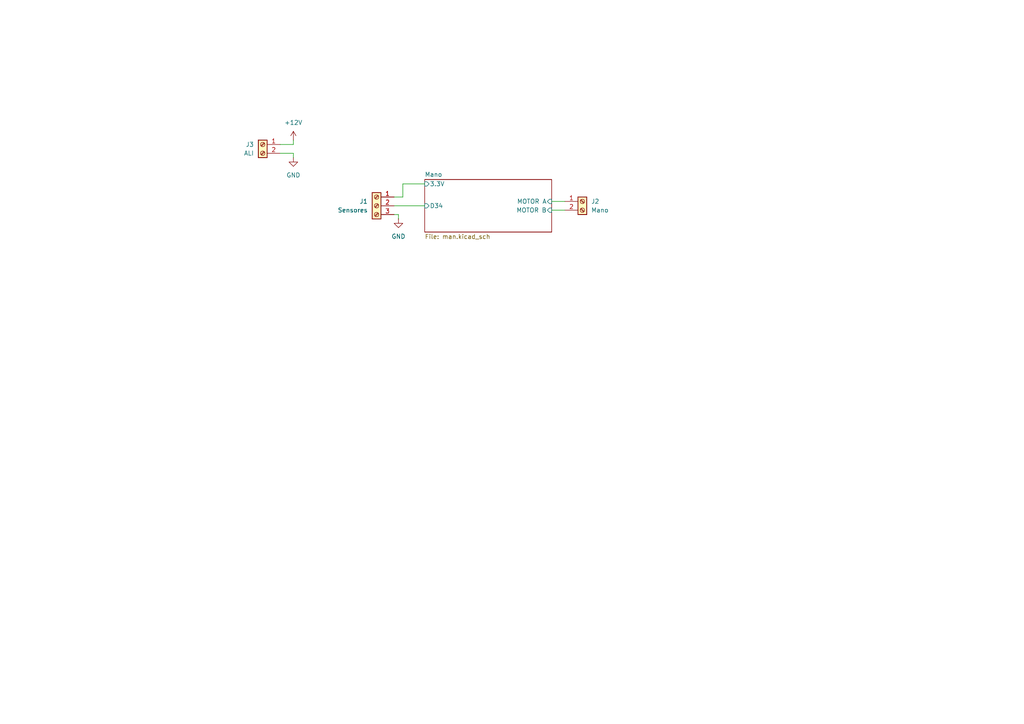
<source format=kicad_sch>
(kicad_sch
	(version 20250114)
	(generator "eeschema")
	(generator_version "9.0")
	(uuid "6a2a9fca-79fe-498d-bfd5-926b250faf65")
	(paper "A4")
	(lib_symbols
		(symbol "Connector:Screw_Terminal_01x02"
			(pin_names
				(offset 1.016)
				(hide yes)
			)
			(exclude_from_sim no)
			(in_bom yes)
			(on_board yes)
			(property "Reference" "J"
				(at 0 2.54 0)
				(effects
					(font
						(size 1.27 1.27)
					)
				)
			)
			(property "Value" "Screw_Terminal_01x02"
				(at 0 -5.08 0)
				(effects
					(font
						(size 1.27 1.27)
					)
				)
			)
			(property "Footprint" ""
				(at 0 0 0)
				(effects
					(font
						(size 1.27 1.27)
					)
					(hide yes)
				)
			)
			(property "Datasheet" "~"
				(at 0 0 0)
				(effects
					(font
						(size 1.27 1.27)
					)
					(hide yes)
				)
			)
			(property "Description" "Generic screw terminal, single row, 01x02, script generated (kicad-library-utils/schlib/autogen/connector/)"
				(at 0 0 0)
				(effects
					(font
						(size 1.27 1.27)
					)
					(hide yes)
				)
			)
			(property "ki_keywords" "screw terminal"
				(at 0 0 0)
				(effects
					(font
						(size 1.27 1.27)
					)
					(hide yes)
				)
			)
			(property "ki_fp_filters" "TerminalBlock*:*"
				(at 0 0 0)
				(effects
					(font
						(size 1.27 1.27)
					)
					(hide yes)
				)
			)
			(symbol "Screw_Terminal_01x02_1_1"
				(rectangle
					(start -1.27 1.27)
					(end 1.27 -3.81)
					(stroke
						(width 0.254)
						(type default)
					)
					(fill
						(type background)
					)
				)
				(polyline
					(pts
						(xy -0.5334 0.3302) (xy 0.3302 -0.508)
					)
					(stroke
						(width 0.1524)
						(type default)
					)
					(fill
						(type none)
					)
				)
				(polyline
					(pts
						(xy -0.5334 -2.2098) (xy 0.3302 -3.048)
					)
					(stroke
						(width 0.1524)
						(type default)
					)
					(fill
						(type none)
					)
				)
				(polyline
					(pts
						(xy -0.3556 0.508) (xy 0.508 -0.3302)
					)
					(stroke
						(width 0.1524)
						(type default)
					)
					(fill
						(type none)
					)
				)
				(polyline
					(pts
						(xy -0.3556 -2.032) (xy 0.508 -2.8702)
					)
					(stroke
						(width 0.1524)
						(type default)
					)
					(fill
						(type none)
					)
				)
				(circle
					(center 0 0)
					(radius 0.635)
					(stroke
						(width 0.1524)
						(type default)
					)
					(fill
						(type none)
					)
				)
				(circle
					(center 0 -2.54)
					(radius 0.635)
					(stroke
						(width 0.1524)
						(type default)
					)
					(fill
						(type none)
					)
				)
				(pin passive line
					(at -5.08 0 0)
					(length 3.81)
					(name "Pin_1"
						(effects
							(font
								(size 1.27 1.27)
							)
						)
					)
					(number "1"
						(effects
							(font
								(size 1.27 1.27)
							)
						)
					)
				)
				(pin passive line
					(at -5.08 -2.54 0)
					(length 3.81)
					(name "Pin_2"
						(effects
							(font
								(size 1.27 1.27)
							)
						)
					)
					(number "2"
						(effects
							(font
								(size 1.27 1.27)
							)
						)
					)
				)
			)
			(embedded_fonts no)
		)
		(symbol "Connector:Screw_Terminal_01x03"
			(pin_names
				(offset 1.016)
				(hide yes)
			)
			(exclude_from_sim no)
			(in_bom yes)
			(on_board yes)
			(property "Reference" "J"
				(at 0 5.08 0)
				(effects
					(font
						(size 1.27 1.27)
					)
				)
			)
			(property "Value" "Screw_Terminal_01x03"
				(at 0 -5.08 0)
				(effects
					(font
						(size 1.27 1.27)
					)
				)
			)
			(property "Footprint" ""
				(at 0 0 0)
				(effects
					(font
						(size 1.27 1.27)
					)
					(hide yes)
				)
			)
			(property "Datasheet" "~"
				(at 0 0 0)
				(effects
					(font
						(size 1.27 1.27)
					)
					(hide yes)
				)
			)
			(property "Description" "Generic screw terminal, single row, 01x03, script generated (kicad-library-utils/schlib/autogen/connector/)"
				(at 0 0 0)
				(effects
					(font
						(size 1.27 1.27)
					)
					(hide yes)
				)
			)
			(property "ki_keywords" "screw terminal"
				(at 0 0 0)
				(effects
					(font
						(size 1.27 1.27)
					)
					(hide yes)
				)
			)
			(property "ki_fp_filters" "TerminalBlock*:*"
				(at 0 0 0)
				(effects
					(font
						(size 1.27 1.27)
					)
					(hide yes)
				)
			)
			(symbol "Screw_Terminal_01x03_1_1"
				(rectangle
					(start -1.27 3.81)
					(end 1.27 -3.81)
					(stroke
						(width 0.254)
						(type default)
					)
					(fill
						(type background)
					)
				)
				(polyline
					(pts
						(xy -0.5334 2.8702) (xy 0.3302 2.032)
					)
					(stroke
						(width 0.1524)
						(type default)
					)
					(fill
						(type none)
					)
				)
				(polyline
					(pts
						(xy -0.5334 0.3302) (xy 0.3302 -0.508)
					)
					(stroke
						(width 0.1524)
						(type default)
					)
					(fill
						(type none)
					)
				)
				(polyline
					(pts
						(xy -0.5334 -2.2098) (xy 0.3302 -3.048)
					)
					(stroke
						(width 0.1524)
						(type default)
					)
					(fill
						(type none)
					)
				)
				(polyline
					(pts
						(xy -0.3556 3.048) (xy 0.508 2.2098)
					)
					(stroke
						(width 0.1524)
						(type default)
					)
					(fill
						(type none)
					)
				)
				(polyline
					(pts
						(xy -0.3556 0.508) (xy 0.508 -0.3302)
					)
					(stroke
						(width 0.1524)
						(type default)
					)
					(fill
						(type none)
					)
				)
				(polyline
					(pts
						(xy -0.3556 -2.032) (xy 0.508 -2.8702)
					)
					(stroke
						(width 0.1524)
						(type default)
					)
					(fill
						(type none)
					)
				)
				(circle
					(center 0 2.54)
					(radius 0.635)
					(stroke
						(width 0.1524)
						(type default)
					)
					(fill
						(type none)
					)
				)
				(circle
					(center 0 0)
					(radius 0.635)
					(stroke
						(width 0.1524)
						(type default)
					)
					(fill
						(type none)
					)
				)
				(circle
					(center 0 -2.54)
					(radius 0.635)
					(stroke
						(width 0.1524)
						(type default)
					)
					(fill
						(type none)
					)
				)
				(pin passive line
					(at -5.08 2.54 0)
					(length 3.81)
					(name "Pin_1"
						(effects
							(font
								(size 1.27 1.27)
							)
						)
					)
					(number "1"
						(effects
							(font
								(size 1.27 1.27)
							)
						)
					)
				)
				(pin passive line
					(at -5.08 0 0)
					(length 3.81)
					(name "Pin_2"
						(effects
							(font
								(size 1.27 1.27)
							)
						)
					)
					(number "2"
						(effects
							(font
								(size 1.27 1.27)
							)
						)
					)
				)
				(pin passive line
					(at -5.08 -2.54 0)
					(length 3.81)
					(name "Pin_3"
						(effects
							(font
								(size 1.27 1.27)
							)
						)
					)
					(number "3"
						(effects
							(font
								(size 1.27 1.27)
							)
						)
					)
				)
			)
			(embedded_fonts no)
		)
		(symbol "power:+12V"
			(power)
			(pin_numbers
				(hide yes)
			)
			(pin_names
				(offset 0)
				(hide yes)
			)
			(exclude_from_sim no)
			(in_bom yes)
			(on_board yes)
			(property "Reference" "#PWR"
				(at 0 -3.81 0)
				(effects
					(font
						(size 1.27 1.27)
					)
					(hide yes)
				)
			)
			(property "Value" "+12V"
				(at 0 3.556 0)
				(effects
					(font
						(size 1.27 1.27)
					)
				)
			)
			(property "Footprint" ""
				(at 0 0 0)
				(effects
					(font
						(size 1.27 1.27)
					)
					(hide yes)
				)
			)
			(property "Datasheet" ""
				(at 0 0 0)
				(effects
					(font
						(size 1.27 1.27)
					)
					(hide yes)
				)
			)
			(property "Description" "Power symbol creates a global label with name \"+12V\""
				(at 0 0 0)
				(effects
					(font
						(size 1.27 1.27)
					)
					(hide yes)
				)
			)
			(property "ki_keywords" "global power"
				(at 0 0 0)
				(effects
					(font
						(size 1.27 1.27)
					)
					(hide yes)
				)
			)
			(symbol "+12V_0_1"
				(polyline
					(pts
						(xy -0.762 1.27) (xy 0 2.54)
					)
					(stroke
						(width 0)
						(type default)
					)
					(fill
						(type none)
					)
				)
				(polyline
					(pts
						(xy 0 2.54) (xy 0.762 1.27)
					)
					(stroke
						(width 0)
						(type default)
					)
					(fill
						(type none)
					)
				)
				(polyline
					(pts
						(xy 0 0) (xy 0 2.54)
					)
					(stroke
						(width 0)
						(type default)
					)
					(fill
						(type none)
					)
				)
			)
			(symbol "+12V_1_1"
				(pin power_in line
					(at 0 0 90)
					(length 0)
					(name "~"
						(effects
							(font
								(size 1.27 1.27)
							)
						)
					)
					(number "1"
						(effects
							(font
								(size 1.27 1.27)
							)
						)
					)
				)
			)
			(embedded_fonts no)
		)
		(symbol "power:GND"
			(power)
			(pin_numbers
				(hide yes)
			)
			(pin_names
				(offset 0)
				(hide yes)
			)
			(exclude_from_sim no)
			(in_bom yes)
			(on_board yes)
			(property "Reference" "#PWR"
				(at 0 -6.35 0)
				(effects
					(font
						(size 1.27 1.27)
					)
					(hide yes)
				)
			)
			(property "Value" "GND"
				(at 0 -3.81 0)
				(effects
					(font
						(size 1.27 1.27)
					)
				)
			)
			(property "Footprint" ""
				(at 0 0 0)
				(effects
					(font
						(size 1.27 1.27)
					)
					(hide yes)
				)
			)
			(property "Datasheet" ""
				(at 0 0 0)
				(effects
					(font
						(size 1.27 1.27)
					)
					(hide yes)
				)
			)
			(property "Description" "Power symbol creates a global label with name \"GND\" , ground"
				(at 0 0 0)
				(effects
					(font
						(size 1.27 1.27)
					)
					(hide yes)
				)
			)
			(property "ki_keywords" "global power"
				(at 0 0 0)
				(effects
					(font
						(size 1.27 1.27)
					)
					(hide yes)
				)
			)
			(symbol "GND_0_1"
				(polyline
					(pts
						(xy 0 0) (xy 0 -1.27) (xy 1.27 -1.27) (xy 0 -2.54) (xy -1.27 -1.27) (xy 0 -1.27)
					)
					(stroke
						(width 0)
						(type default)
					)
					(fill
						(type none)
					)
				)
			)
			(symbol "GND_1_1"
				(pin power_in line
					(at 0 0 270)
					(length 0)
					(name "~"
						(effects
							(font
								(size 1.27 1.27)
							)
						)
					)
					(number "1"
						(effects
							(font
								(size 1.27 1.27)
							)
						)
					)
				)
			)
			(embedded_fonts no)
		)
	)
	(wire
		(pts
			(xy 114.3 59.69) (xy 123.19 59.69)
		)
		(stroke
			(width 0)
			(type default)
		)
		(uuid "10e4b3a4-e680-4bf1-acbf-ff5a6d817f3e")
	)
	(wire
		(pts
			(xy 85.09 40.64) (xy 85.09 41.91)
		)
		(stroke
			(width 0)
			(type default)
		)
		(uuid "4ff40306-e0d2-4e51-97f7-ecd0762b35b3")
	)
	(wire
		(pts
			(xy 116.84 57.15) (xy 116.84 53.34)
		)
		(stroke
			(width 0)
			(type default)
		)
		(uuid "55d28668-5621-4350-85d5-fd23fb925b3c")
	)
	(wire
		(pts
			(xy 115.57 62.23) (xy 115.57 63.5)
		)
		(stroke
			(width 0)
			(type default)
		)
		(uuid "7618f09f-21b4-4f7d-a707-078786b63513")
	)
	(wire
		(pts
			(xy 116.84 53.34) (xy 123.19 53.34)
		)
		(stroke
			(width 0)
			(type default)
		)
		(uuid "7d15281c-5e31-462f-bd81-82cdb63749c0")
	)
	(wire
		(pts
			(xy 160.02 60.96) (xy 163.83 60.96)
		)
		(stroke
			(width 0)
			(type default)
		)
		(uuid "89d3cff6-e7da-442e-9060-083a3d5f03e7")
	)
	(wire
		(pts
			(xy 81.28 44.45) (xy 85.09 44.45)
		)
		(stroke
			(width 0)
			(type default)
		)
		(uuid "8eca1e1e-c6d9-409c-ab24-56104c6f23ee")
	)
	(wire
		(pts
			(xy 114.3 62.23) (xy 115.57 62.23)
		)
		(stroke
			(width 0)
			(type default)
		)
		(uuid "97e77d09-419c-4afe-a242-de99d280834a")
	)
	(wire
		(pts
			(xy 85.09 44.45) (xy 85.09 45.72)
		)
		(stroke
			(width 0)
			(type default)
		)
		(uuid "ab8cba63-68b5-4af8-8b78-d174f69b038c")
	)
	(wire
		(pts
			(xy 85.09 41.91) (xy 81.28 41.91)
		)
		(stroke
			(width 0)
			(type default)
		)
		(uuid "abd0df5f-7a1a-4800-8660-c1ba992a1771")
	)
	(wire
		(pts
			(xy 114.3 57.15) (xy 116.84 57.15)
		)
		(stroke
			(width 0)
			(type default)
		)
		(uuid "c740df36-aca4-468b-8541-bb6a8098c61c")
	)
	(wire
		(pts
			(xy 160.02 58.42) (xy 163.83 58.42)
		)
		(stroke
			(width 0)
			(type default)
		)
		(uuid "d2535182-dbf1-4941-89f4-51162c3122f6")
	)
	(symbol
		(lib_id "power:GND")
		(at 85.09 45.72 0)
		(mirror y)
		(unit 1)
		(exclude_from_sim no)
		(in_bom yes)
		(on_board yes)
		(dnp no)
		(fields_autoplaced yes)
		(uuid "12b85f25-ab43-4670-9bf8-31245d702afb")
		(property "Reference" "#PWR018"
			(at 85.09 52.07 0)
			(effects
				(font
					(size 1.27 1.27)
				)
				(hide yes)
			)
		)
		(property "Value" "GND"
			(at 85.09 50.8 0)
			(effects
				(font
					(size 1.27 1.27)
				)
			)
		)
		(property "Footprint" ""
			(at 85.09 45.72 0)
			(effects
				(font
					(size 1.27 1.27)
				)
				(hide yes)
			)
		)
		(property "Datasheet" ""
			(at 85.09 45.72 0)
			(effects
				(font
					(size 1.27 1.27)
				)
				(hide yes)
			)
		)
		(property "Description" "Power symbol creates a global label with name \"GND\" , ground"
			(at 85.09 45.72 0)
			(effects
				(font
					(size 1.27 1.27)
				)
				(hide yes)
			)
		)
		(pin "1"
			(uuid "3869d146-955c-4e2a-8e67-3ebf8cc1df8b")
		)
		(instances
			(project "Mano"
				(path "/6a2a9fca-79fe-498d-bfd5-926b250faf65"
					(reference "#PWR018")
					(unit 1)
				)
			)
		)
	)
	(symbol
		(lib_id "power:+12V")
		(at 85.09 40.64 0)
		(unit 1)
		(exclude_from_sim no)
		(in_bom yes)
		(on_board yes)
		(dnp no)
		(fields_autoplaced yes)
		(uuid "952e4d88-364b-4493-9495-1a0d88caeed8")
		(property "Reference" "#PWR01"
			(at 85.09 44.45 0)
			(effects
				(font
					(size 1.27 1.27)
				)
				(hide yes)
			)
		)
		(property "Value" "+12V"
			(at 85.09 35.56 0)
			(effects
				(font
					(size 1.27 1.27)
				)
			)
		)
		(property "Footprint" ""
			(at 85.09 40.64 0)
			(effects
				(font
					(size 1.27 1.27)
				)
				(hide yes)
			)
		)
		(property "Datasheet" ""
			(at 85.09 40.64 0)
			(effects
				(font
					(size 1.27 1.27)
				)
				(hide yes)
			)
		)
		(property "Description" "Power symbol creates a global label with name \"+12V\""
			(at 85.09 40.64 0)
			(effects
				(font
					(size 1.27 1.27)
				)
				(hide yes)
			)
		)
		(pin "1"
			(uuid "2905f93c-e72d-4390-8923-b9d322de8f16")
		)
		(instances
			(project ""
				(path "/6a2a9fca-79fe-498d-bfd5-926b250faf65"
					(reference "#PWR01")
					(unit 1)
				)
			)
		)
	)
	(symbol
		(lib_id "Connector:Screw_Terminal_01x02")
		(at 76.2 41.91 0)
		(mirror y)
		(unit 1)
		(exclude_from_sim no)
		(in_bom yes)
		(on_board yes)
		(dnp no)
		(uuid "97c6ac3f-98fe-4017-a9da-1ef7a62ef407")
		(property "Reference" "J3"
			(at 73.66 41.9099 0)
			(effects
				(font
					(size 1.27 1.27)
				)
				(justify left)
			)
		)
		(property "Value" "ALI"
			(at 73.66 44.4499 0)
			(effects
				(font
					(size 1.27 1.27)
				)
				(justify left)
			)
		)
		(property "Footprint" "Connector_Molex:Molex_KK-254_AE-6410-02A_1x02_P2.54mm_Vertical"
			(at 76.2 41.91 0)
			(effects
				(font
					(size 1.27 1.27)
				)
				(hide yes)
			)
		)
		(property "Datasheet" "~"
			(at 76.2 41.91 0)
			(effects
				(font
					(size 1.27 1.27)
				)
				(hide yes)
			)
		)
		(property "Description" "Generic screw terminal, single row, 01x02, script generated (kicad-library-utils/schlib/autogen/connector/)"
			(at 76.2 41.91 0)
			(effects
				(font
					(size 1.27 1.27)
				)
				(hide yes)
			)
		)
		(pin "2"
			(uuid "d7b6694f-30af-4d4b-9b92-48fb5a7c4399")
		)
		(pin "1"
			(uuid "c19210d7-382e-46d4-add2-b3522a106784")
		)
		(instances
			(project "Mano"
				(path "/6a2a9fca-79fe-498d-bfd5-926b250faf65"
					(reference "J3")
					(unit 1)
				)
			)
		)
	)
	(symbol
		(lib_id "Connector:Screw_Terminal_01x03")
		(at 109.22 59.69 0)
		(mirror y)
		(unit 1)
		(exclude_from_sim no)
		(in_bom yes)
		(on_board yes)
		(dnp no)
		(uuid "d8e4ab05-94a5-4a68-b8a7-119d72fb528f")
		(property "Reference" "J1"
			(at 106.68 58.4199 0)
			(effects
				(font
					(size 1.27 1.27)
				)
				(justify left)
			)
		)
		(property "Value" "Sensores"
			(at 106.68 60.9599 0)
			(effects
				(font
					(size 1.27 1.27)
				)
				(justify left)
			)
		)
		(property "Footprint" "Connector_Molex:Molex_KK-254_AE-6410-03A_1x03_P2.54mm_Vertical"
			(at 109.22 59.69 0)
			(effects
				(font
					(size 1.27 1.27)
				)
				(hide yes)
			)
		)
		(property "Datasheet" "~"
			(at 109.22 59.69 0)
			(effects
				(font
					(size 1.27 1.27)
				)
				(hide yes)
			)
		)
		(property "Description" "Generic screw terminal, single row, 01x03, script generated (kicad-library-utils/schlib/autogen/connector/)"
			(at 109.22 59.69 0)
			(effects
				(font
					(size 1.27 1.27)
				)
				(hide yes)
			)
		)
		(pin "1"
			(uuid "5c8c64f0-0a6c-433d-9228-f8a65ceba5f3")
		)
		(pin "3"
			(uuid "7f248875-5819-4e87-9ce7-2bbb0f9fa19f")
		)
		(pin "2"
			(uuid "abb67419-b817-44a8-b748-ee33aee7f5f7")
		)
		(instances
			(project ""
				(path "/6a2a9fca-79fe-498d-bfd5-926b250faf65"
					(reference "J1")
					(unit 1)
				)
			)
		)
	)
	(symbol
		(lib_id "Connector:Screw_Terminal_01x02")
		(at 168.91 58.42 0)
		(unit 1)
		(exclude_from_sim no)
		(in_bom yes)
		(on_board yes)
		(dnp no)
		(fields_autoplaced yes)
		(uuid "de3a6203-98d5-48ce-b0af-68fc6c8b770b")
		(property "Reference" "J2"
			(at 171.45 58.4199 0)
			(effects
				(font
					(size 1.27 1.27)
				)
				(justify left)
			)
		)
		(property "Value" "Mano"
			(at 171.45 60.9599 0)
			(effects
				(font
					(size 1.27 1.27)
				)
				(justify left)
			)
		)
		(property "Footprint" "Connector_Molex:Molex_KK-254_AE-6410-02A_1x02_P2.54mm_Vertical"
			(at 168.91 58.42 0)
			(effects
				(font
					(size 1.27 1.27)
				)
				(hide yes)
			)
		)
		(property "Datasheet" "~"
			(at 168.91 58.42 0)
			(effects
				(font
					(size 1.27 1.27)
				)
				(hide yes)
			)
		)
		(property "Description" "Generic screw terminal, single row, 01x02, script generated (kicad-library-utils/schlib/autogen/connector/)"
			(at 168.91 58.42 0)
			(effects
				(font
					(size 1.27 1.27)
				)
				(hide yes)
			)
		)
		(pin "2"
			(uuid "84f3b4cd-65fb-4e82-9a8c-160c4dc013c8")
		)
		(pin "1"
			(uuid "f9b9cdfb-787e-434d-8d2f-2afbb45d5e5d")
		)
		(instances
			(project ""
				(path "/6a2a9fca-79fe-498d-bfd5-926b250faf65"
					(reference "J2")
					(unit 1)
				)
			)
		)
	)
	(symbol
		(lib_id "power:GND")
		(at 115.57 63.5 0)
		(mirror y)
		(unit 1)
		(exclude_from_sim no)
		(in_bom yes)
		(on_board yes)
		(dnp no)
		(fields_autoplaced yes)
		(uuid "f9c408d9-f356-4084-984a-10aa612ac8b0")
		(property "Reference" "#PWR019"
			(at 115.57 69.85 0)
			(effects
				(font
					(size 1.27 1.27)
				)
				(hide yes)
			)
		)
		(property "Value" "GND"
			(at 115.57 68.58 0)
			(effects
				(font
					(size 1.27 1.27)
				)
			)
		)
		(property "Footprint" ""
			(at 115.57 63.5 0)
			(effects
				(font
					(size 1.27 1.27)
				)
				(hide yes)
			)
		)
		(property "Datasheet" ""
			(at 115.57 63.5 0)
			(effects
				(font
					(size 1.27 1.27)
				)
				(hide yes)
			)
		)
		(property "Description" "Power symbol creates a global label with name \"GND\" , ground"
			(at 115.57 63.5 0)
			(effects
				(font
					(size 1.27 1.27)
				)
				(hide yes)
			)
		)
		(pin "1"
			(uuid "77490a3d-23b5-4e29-837c-61d3975b06f2")
		)
		(instances
			(project "Mano"
				(path "/6a2a9fca-79fe-498d-bfd5-926b250faf65"
					(reference "#PWR019")
					(unit 1)
				)
			)
		)
	)
	(sheet
		(at 123.19 52.07)
		(size 36.83 15.24)
		(exclude_from_sim no)
		(in_bom yes)
		(on_board yes)
		(dnp no)
		(fields_autoplaced yes)
		(stroke
			(width 0.1524)
			(type solid)
		)
		(fill
			(color 0 0 0 0.0000)
		)
		(uuid "280e6bf0-7e20-4f19-86d2-dbb487803ee9")
		(property "Sheetname" "Mano"
			(at 123.19 51.3584 0)
			(effects
				(font
					(size 1.27 1.27)
				)
				(justify left bottom)
			)
		)
		(property "Sheetfile" "man.kicad_sch"
			(at 123.19 67.8946 0)
			(effects
				(font
					(size 1.27 1.27)
				)
				(justify left top)
			)
		)
		(pin "D34" input
			(at 123.19 59.69 180)
			(uuid "47bf5505-b502-4f46-9485-966065ef8642")
			(effects
				(font
					(size 1.27 1.27)
				)
				(justify left)
			)
		)
		(pin "MOTOR A" input
			(at 160.02 58.42 0)
			(uuid "6579c54c-c55d-4292-abfa-6c0132381530")
			(effects
				(font
					(size 1.27 1.27)
				)
				(justify right)
			)
		)
		(pin "MOTOR B" input
			(at 160.02 60.96 0)
			(uuid "c0a62996-9dc6-42d3-a0aa-af1ee7a0d896")
			(effects
				(font
					(size 1.27 1.27)
				)
				(justify right)
			)
		)
		(pin "3.3V" input
			(at 123.19 53.34 180)
			(uuid "5c3f7ed0-2f9f-42f0-9c87-2475ea14c7ea")
			(effects
				(font
					(size 1.27 1.27)
				)
				(justify left)
			)
		)
		(instances
			(project "Mano"
				(path "/6a2a9fca-79fe-498d-bfd5-926b250faf65"
					(page "2")
				)
			)
		)
	)
	(sheet_instances
		(path "/"
			(page "1")
		)
	)
	(embedded_fonts no)
)

</source>
